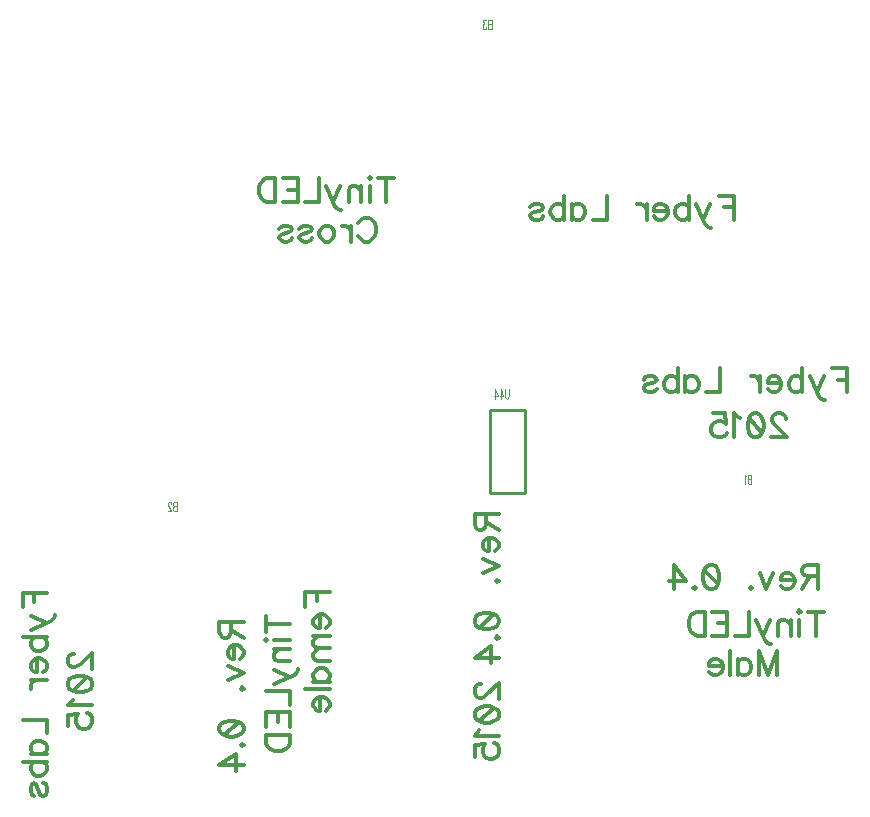
<source format=gbo>
G04 DipTrace 2.4.0.2*
%INfemalemalecross.gbo*%
%MOMM*%
%ADD10C,0.25*%
%ADD78C,0.118*%
%ADD79C,0.314*%
%FSLAX53Y53*%
G04*
G71*
G90*
G75*
G01*
%LNBotSilk*%
%LPD*%
X54567Y56689D2*
D10*
X57567D1*
Y63689D1*
X54567D1*
Y56689D1*
X76737Y58254D2*
D78*
Y57489D1*
X76540D1*
X76474Y57526D1*
X76453Y57562D1*
X76431Y57634D1*
Y57744D1*
X76453Y57817D1*
X76474Y57853D1*
X76540Y57890D1*
X76474Y57927D1*
X76453Y57963D1*
X76431Y58035D1*
Y58109D1*
X76453Y58181D1*
X76474Y58218D1*
X76540Y58254D1*
X76737D1*
Y57890D2*
X76540D1*
X76290Y58108D2*
X76246Y58145D1*
X76180Y58253D1*
Y57489D1*
X28073Y55936D2*
Y55170D1*
X27876D1*
X27810Y55207D1*
X27789Y55244D1*
X27767Y55316D1*
Y55425D1*
X27789Y55499D1*
X27810Y55535D1*
X27876Y55571D1*
X27810Y55608D1*
X27789Y55644D1*
X27767Y55717D1*
Y55790D1*
X27789Y55863D1*
X27810Y55900D1*
X27876Y55936D1*
X28073D1*
Y55571D2*
X27876D1*
X27604Y55753D2*
Y55789D1*
X27582Y55863D1*
X27560Y55899D1*
X27516Y55935D1*
X27429D1*
X27385Y55899D1*
X27363Y55863D1*
X27341Y55789D1*
Y55717D1*
X27363Y55644D1*
X27407Y55535D1*
X27626Y55170D1*
X27319D1*
X54733Y96732D2*
Y95966D1*
X54536D1*
X54470Y96003D1*
X54449Y96040D1*
X54427Y96112D1*
Y96222D1*
X54449Y96295D1*
X54470Y96331D1*
X54536Y96367D1*
X54470Y96404D1*
X54449Y96441D1*
X54427Y96513D1*
Y96586D1*
X54449Y96659D1*
X54470Y96696D1*
X54536Y96732D1*
X54733D1*
Y96367D2*
X54536D1*
X54242Y96731D2*
X54002D1*
X54133Y96440D1*
X54067D1*
X54024Y96403D1*
X54002Y96367D1*
X53980Y96258D1*
Y96185D1*
X54002Y96076D1*
X54045Y96003D1*
X54111Y95966D1*
X54177D1*
X54242Y96003D1*
X54264Y96040D1*
X54286Y96112D1*
X56189Y65455D2*
Y64908D1*
X56167Y64799D1*
X56124Y64726D1*
X56058Y64689D1*
X56014D1*
X55949Y64726D1*
X55905Y64799D1*
X55883Y64908D1*
Y65455D1*
X55523Y64689D2*
Y65454D1*
X55742Y64944D1*
X55414D1*
X55054Y64689D2*
Y65454D1*
X55273Y64944D1*
X54945D1*
X83577Y67268D2*
D79*
X84842D1*
Y65226D1*
Y66296D2*
X84065D1*
X82851Y66588D2*
X82269Y65226D1*
X82462Y64838D1*
X82658Y64642D1*
X82851Y64546D1*
X82950D1*
X81685Y66588D2*
X82269Y65226D1*
X81058Y67268D2*
Y65226D1*
Y66296D2*
X80862Y66491D1*
X80669Y66588D1*
X80377D1*
X80184Y66491D1*
X79989Y66296D1*
X79892Y66004D1*
Y65810D1*
X79989Y65518D1*
X80184Y65325D1*
X80377Y65226D1*
X80669D1*
X80862Y65325D1*
X81058Y65518D1*
X79265Y66004D2*
X78099D1*
Y66199D1*
X78195Y66394D1*
X78292Y66491D1*
X78487Y66588D1*
X78779D1*
X78973Y66491D1*
X79168Y66296D1*
X79265Y66004D1*
Y65810D1*
X79168Y65518D1*
X78973Y65325D1*
X78779Y65226D1*
X78487D1*
X78292Y65325D1*
X78099Y65518D1*
X77471Y66588D2*
Y65226D1*
Y66004D2*
X77372Y66296D1*
X77179Y66491D1*
X76984Y66588D1*
X76692D1*
X74089Y67268D2*
Y65226D1*
X72924D1*
X71130Y66588D2*
Y65226D1*
Y66296D2*
X71324Y66491D1*
X71519Y66588D1*
X71809D1*
X72004Y66491D1*
X72197Y66296D1*
X72296Y66004D1*
Y65810D1*
X72197Y65518D1*
X72004Y65325D1*
X71809Y65226D1*
X71519D1*
X71324Y65325D1*
X71130Y65518D1*
X70503Y67268D2*
Y65226D1*
Y66296D2*
X70307Y66491D1*
X70114Y66588D1*
X69822D1*
X69629Y66491D1*
X69434Y66296D1*
X69337Y66004D1*
Y65810D1*
X69434Y65518D1*
X69629Y65325D1*
X69822Y65226D1*
X70114D1*
X70307Y65325D1*
X70503Y65518D1*
X67641Y66296D2*
X67737Y66491D1*
X68029Y66588D1*
X68321D1*
X68613Y66491D1*
X68710Y66296D1*
X68613Y66102D1*
X68418Y66004D1*
X67933Y65907D1*
X67737Y65810D1*
X67641Y65615D1*
Y65518D1*
X67737Y65325D1*
X68029Y65226D1*
X68321D1*
X68613Y65325D1*
X68710Y65518D1*
X82211Y46654D2*
Y44612D1*
X82891Y46654D2*
X81530D1*
X80903D2*
X80806Y46557D1*
X80707Y46654D1*
X80806Y46753D1*
X80903Y46654D1*
X80806Y45973D2*
Y44612D1*
X80080Y45973D2*
Y44612D1*
Y45585D2*
X79788Y45877D1*
X79593Y45973D1*
X79303D1*
X79107Y45877D1*
X79011Y45585D1*
Y44612D1*
X78284Y45973D2*
X77703Y44612D1*
X77896Y44223D1*
X78091Y44028D1*
X78284Y43931D1*
X78383D1*
X77119Y45973D2*
X77703Y44612D1*
X76491Y46654D2*
Y44612D1*
X75326D1*
X73436Y46654D2*
X74698D1*
Y44612D1*
X73436D1*
X74698Y45681D2*
X73921D1*
X72808Y46654D2*
Y44612D1*
X72128D1*
X71836Y44711D1*
X71640Y44904D1*
X71544Y45099D1*
X71447Y45389D1*
Y45877D1*
X71544Y46169D1*
X71640Y46362D1*
X71836Y46557D1*
X72128Y46654D1*
X72808D1*
X82378Y49625D2*
X81504D1*
X81212Y49724D1*
X81113Y49821D1*
X81017Y50014D1*
Y50209D1*
X81113Y50402D1*
X81212Y50501D1*
X81504Y50598D1*
X82378D1*
Y48556D1*
X81697Y49625D2*
X81017Y48556D1*
X80389Y49333D2*
X79223D1*
Y49529D1*
X79320Y49724D1*
X79416Y49821D1*
X79612Y49917D1*
X79904D1*
X80097Y49821D1*
X80292Y49625D1*
X80389Y49333D1*
Y49140D1*
X80292Y48848D1*
X80097Y48655D1*
X79904Y48556D1*
X79612D1*
X79416Y48655D1*
X79223Y48848D1*
X78596Y49917D2*
X78012Y48556D1*
X77430Y49917D1*
X76706Y48751D2*
X76803Y48653D1*
X76706Y48556D1*
X76607Y48653D1*
X76706Y48751D1*
X73421Y50595D2*
X73713Y50499D1*
X73908Y50207D1*
X74005Y49722D1*
Y49430D1*
X73908Y48945D1*
X73713Y48653D1*
X73421Y48556D1*
X73227D1*
X72935Y48653D1*
X72742Y48945D1*
X72643Y49430D1*
Y49722D1*
X72742Y50207D1*
X72935Y50499D1*
X73227Y50595D1*
X73421D1*
X72742Y50207D2*
X73908Y48945D1*
X71919Y48751D2*
X72016Y48653D1*
X71919Y48556D1*
X71821Y48653D1*
X71919Y48751D1*
X70221Y48556D2*
Y50595D1*
X71193Y49237D1*
X69735D1*
X79660Y62943D2*
Y63040D1*
X79564Y63235D1*
X79467Y63332D1*
X79272Y63428D1*
X78883D1*
X78690Y63332D1*
X78593Y63235D1*
X78494Y63040D1*
Y62847D1*
X78593Y62651D1*
X78786Y62361D1*
X79759Y61389D1*
X78398D1*
X77186Y63428D2*
X77478Y63332D1*
X77674Y63040D1*
X77770Y62555D1*
Y62263D1*
X77674Y61777D1*
X77478Y61485D1*
X77186Y61389D1*
X76993D1*
X76701Y61485D1*
X76508Y61777D1*
X76409Y62263D1*
Y62555D1*
X76508Y63040D1*
X76701Y63332D1*
X76993Y63428D1*
X77186D1*
X76508Y63040D2*
X77674Y61777D1*
X75782Y63040D2*
X75586Y63139D1*
X75294Y63428D1*
Y61389D1*
X73501Y63428D2*
X74471D1*
X74568Y62555D1*
X74471Y62651D1*
X74179Y62750D1*
X73890D1*
X73598Y62651D1*
X73402Y62458D1*
X73306Y62166D1*
Y61973D1*
X73402Y61681D1*
X73598Y61485D1*
X73890Y61389D1*
X74179D1*
X74471Y61485D1*
X74568Y61584D1*
X74667Y61777D1*
X77366Y41279D2*
Y43320D1*
X78143Y41279D1*
X78921Y43320D1*
Y41279D1*
X75573Y42640D2*
Y41279D1*
Y42348D2*
X75766Y42543D1*
X75962Y42640D1*
X76251D1*
X76447Y42543D1*
X76640Y42348D1*
X76739Y42056D1*
Y41863D1*
X76640Y41571D1*
X76447Y41378D1*
X76251Y41279D1*
X75962D1*
X75766Y41378D1*
X75573Y41571D1*
X74946Y43320D2*
Y41279D1*
X74318Y42056D2*
X73152D1*
Y42251D1*
X73249Y42447D1*
X73346Y42543D1*
X73541Y42640D1*
X73833D1*
X74026Y42543D1*
X74222Y42348D1*
X74318Y42056D1*
Y41863D1*
X74222Y41571D1*
X74026Y41378D1*
X73833Y41279D1*
X73541D1*
X73346Y41378D1*
X73152Y41571D1*
X15027Y46999D2*
Y48263D1*
X17068D1*
X15999D2*
Y47486D1*
X15707Y46272D2*
X17068Y45691D1*
X17457Y45884D1*
X17652Y46079D1*
X17749Y46272D1*
Y46371D1*
X15707Y45107D2*
X17068Y45691D1*
X15027Y44479D2*
X17068D1*
X15999D2*
X15804Y44284D1*
X15707Y44091D1*
Y43799D1*
X15804Y43605D1*
X15999Y43410D1*
X16291Y43313D1*
X16484D1*
X16776Y43410D1*
X16970Y43605D1*
X17068Y43799D1*
Y44091D1*
X16970Y44284D1*
X16776Y44479D1*
X16291Y42686D2*
Y41520D1*
X16096D1*
X15900Y41617D1*
X15804Y41713D1*
X15707Y41909D1*
Y42201D1*
X15804Y42394D1*
X15999Y42589D1*
X16291Y42686D1*
X16484D1*
X16776Y42589D1*
X16970Y42394D1*
X17068Y42201D1*
Y41909D1*
X16970Y41713D1*
X16776Y41520D1*
X15707Y40893D2*
X17068D1*
X16291D2*
X15999Y40794D1*
X15804Y40601D1*
X15707Y40405D1*
Y40113D1*
X15027Y37511D2*
X17068D1*
Y36345D1*
X15707Y34552D2*
X17068D1*
X15999D2*
X15804Y34745D1*
X15707Y34940D1*
Y35230D1*
X15804Y35425D1*
X15999Y35619D1*
X16291Y35717D1*
X16484D1*
X16776Y35619D1*
X16970Y35425D1*
X17068Y35230D1*
Y34940D1*
X16970Y34745D1*
X16776Y34552D1*
X15027Y33924D2*
X17068D1*
X15999D2*
X15804Y33729D1*
X15707Y33536D1*
Y33244D1*
X15804Y33051D1*
X15999Y32855D1*
X16291Y32759D1*
X16484D1*
X16776Y32855D1*
X16970Y33051D1*
X17068Y33244D1*
Y33536D1*
X16970Y33729D1*
X16776Y33924D1*
X15999Y31062D2*
X15804Y31158D1*
X15707Y31450D1*
Y31742D1*
X15804Y32034D1*
X15999Y32131D1*
X16192Y32034D1*
X16291Y31839D1*
X16388Y31354D1*
X16484Y31158D1*
X16680Y31062D1*
X16776D1*
X16970Y31158D1*
X17068Y31450D1*
Y31742D1*
X16970Y32034D1*
X16776Y32131D1*
X35641Y45632D2*
X37683D1*
X35641Y46313D2*
Y44952D1*
Y44324D2*
X35738Y44228D1*
X35641Y44129D1*
X35542Y44228D1*
X35641Y44324D1*
X36322Y44228D2*
X37683D1*
X36322Y43501D2*
X37683D1*
X36710D2*
X36418Y43209D1*
X36322Y43014D1*
Y42724D1*
X36418Y42529D1*
X36710Y42432D1*
X37683D1*
X36322Y41706D2*
X37683Y41124D1*
X38071Y41317D1*
X38267Y41513D1*
X38363Y41706D1*
Y41805D1*
X36322Y40540D2*
X37683Y41124D1*
X35641Y39913D2*
X37683D1*
Y38747D1*
X35641Y36857D2*
Y38119D1*
X37683D1*
Y36857D1*
X36614Y38119D2*
Y37342D1*
X35641Y36230D2*
X37683D1*
Y35549D1*
X37584Y35257D1*
X37391Y35062D1*
X37195Y34965D1*
X36906Y34868D1*
X36418D1*
X36126Y34965D1*
X35933Y35062D1*
X35738Y35257D1*
X35641Y35549D1*
Y36230D1*
X32670Y45799D2*
Y44925D1*
X32571Y44633D1*
X32474Y44534D1*
X32281Y44438D1*
X32086D1*
X31892Y44534D1*
X31794Y44633D1*
X31697Y44925D1*
Y45799D1*
X33739D1*
X32670Y45118D2*
X33739Y44438D1*
X32962Y43810D2*
Y42645D1*
X32766D1*
X32571Y42741D1*
X32474Y42838D1*
X32378Y43033D1*
Y43325D1*
X32474Y43518D1*
X32670Y43714D1*
X32962Y43810D1*
X33155D1*
X33447Y43714D1*
X33640Y43518D1*
X33739Y43325D1*
Y43033D1*
X33640Y42838D1*
X33447Y42645D1*
X32378Y42017D2*
X33739Y41433D1*
X32378Y40851D1*
X33543Y40127D2*
X33642Y40224D1*
X33739Y40127D1*
X33642Y40029D1*
X33543Y40127D1*
X31699Y36842D2*
X31796Y37134D1*
X32088Y37329D1*
X32573Y37426D1*
X32865D1*
X33350Y37329D1*
X33642Y37134D1*
X33739Y36842D1*
Y36649D1*
X33642Y36357D1*
X33350Y36164D1*
X32865Y36065D1*
X32573D1*
X32088Y36164D1*
X31796Y36357D1*
X31699Y36649D1*
Y36842D1*
X32088Y36164D2*
X33350Y37329D1*
X33543Y35341D2*
X33642Y35437D1*
X33739Y35341D1*
X33642Y35242D1*
X33543Y35341D1*
X33739Y33642D2*
X31699D1*
X33058Y34615D1*
Y33157D1*
X19352Y43081D2*
X19255D1*
X19060Y42985D1*
X18963Y42888D1*
X18866Y42693D1*
Y42304D1*
X18963Y42111D1*
X19060Y42015D1*
X19255Y41916D1*
X19448D1*
X19644Y42015D1*
X19933Y42208D1*
X20906Y43180D1*
Y41819D1*
X18866Y40608D2*
X18963Y40900D1*
X19255Y41095D1*
X19740Y41192D1*
X20032D1*
X20517Y41095D1*
X20809Y40900D1*
X20906Y40608D1*
Y40415D1*
X20809Y40123D1*
X20517Y39929D1*
X20032Y39831D1*
X19740D1*
X19255Y39929D1*
X18963Y40123D1*
X18866Y40415D1*
Y40608D1*
X19255Y39929D2*
X20517Y41095D1*
X19255Y39203D2*
X19156Y39008D1*
X18866Y38716D1*
X20906D1*
X18866Y36922D2*
Y37893D1*
X19740Y37989D1*
X19644Y37893D1*
X19545Y37601D1*
Y37311D1*
X19644Y37019D1*
X19837Y36824D1*
X20129Y36727D1*
X20322D1*
X20614Y36824D1*
X20809Y37019D1*
X20906Y37311D1*
Y37601D1*
X20809Y37893D1*
X20711Y37989D1*
X20517Y38088D1*
X38974Y47035D2*
Y48299D1*
X41016D1*
X39947D2*
Y47522D1*
X40239Y46407D2*
Y45241D1*
X40043D1*
X39848Y45338D1*
X39751Y45435D1*
X39655Y45630D1*
Y45922D1*
X39751Y46115D1*
X39947Y46311D1*
X40239Y46407D1*
X40432D1*
X40724Y46311D1*
X40917Y46115D1*
X41016Y45922D1*
Y45630D1*
X40917Y45435D1*
X40724Y45241D1*
X39655Y44614D2*
X41016D1*
X40043D2*
X39751Y44322D1*
X39655Y44127D1*
Y43837D1*
X39751Y43641D1*
X40043Y43545D1*
X41016D1*
X40043D2*
X39751Y43253D1*
X39655Y43057D1*
Y42768D1*
X39751Y42572D1*
X40043Y42473D1*
X41016D1*
X39655Y40680D2*
X41016D1*
X39947D2*
X39751Y40873D1*
X39655Y41069D1*
Y41358D1*
X39751Y41554D1*
X39947Y41747D1*
X40239Y41846D1*
X40432D1*
X40724Y41747D1*
X40917Y41554D1*
X41016Y41358D1*
Y41069D1*
X40917Y40873D1*
X40724Y40680D1*
X38974Y40053D2*
X41016D1*
X40239Y39425D2*
Y38260D1*
X40043D1*
X39848Y38356D1*
X39751Y38453D1*
X39655Y38648D1*
Y38940D1*
X39751Y39133D1*
X39947Y39329D1*
X40239Y39425D1*
X40432D1*
X40724Y39329D1*
X40917Y39133D1*
X41016Y38940D1*
Y38648D1*
X40917Y38453D1*
X40724Y38260D1*
X73962Y81857D2*
X75227D1*
Y79815D1*
Y80884D2*
X74450D1*
X73236Y81176D2*
X72654Y79815D1*
X72847Y79426D1*
X73043Y79231D1*
X73236Y79134D1*
X73335D1*
X72070Y81176D2*
X72654Y79815D1*
X71443Y81857D2*
Y79815D1*
Y80884D2*
X71247Y81080D1*
X71054Y81176D1*
X70762D1*
X70569Y81080D1*
X70373Y80884D1*
X70277Y80592D1*
Y80399D1*
X70373Y80107D1*
X70569Y79914D1*
X70762Y79815D1*
X71054D1*
X71247Y79914D1*
X71443Y80107D1*
X69649Y80592D2*
X68484D1*
Y80788D1*
X68580Y80983D1*
X68677Y81080D1*
X68872Y81176D1*
X69164D1*
X69357Y81080D1*
X69553Y80884D1*
X69649Y80592D1*
Y80399D1*
X69553Y80107D1*
X69357Y79914D1*
X69164Y79815D1*
X68872D1*
X68677Y79914D1*
X68484Y80107D1*
X67856Y81176D2*
Y79815D1*
Y80592D2*
X67757Y80884D1*
X67564Y81080D1*
X67369Y81176D1*
X67077D1*
X64474Y81857D2*
Y79815D1*
X63308D1*
X61515Y81176D2*
Y79815D1*
Y80884D2*
X61708Y81080D1*
X61904Y81176D1*
X62194D1*
X62389Y81080D1*
X62582Y80884D1*
X62681Y80592D1*
Y80399D1*
X62582Y80107D1*
X62389Y79914D1*
X62194Y79815D1*
X61904D1*
X61708Y79914D1*
X61515Y80107D1*
X60888Y81857D2*
Y79815D1*
Y80884D2*
X60692Y81080D1*
X60499Y81176D1*
X60207D1*
X60014Y81080D1*
X59819Y80884D1*
X59722Y80592D1*
Y80399D1*
X59819Y80107D1*
X60014Y79914D1*
X60207Y79815D1*
X60499D1*
X60692Y79914D1*
X60888Y80107D1*
X58025Y80884D2*
X58122Y81080D1*
X58414Y81176D1*
X58706D1*
X58998Y81080D1*
X59095Y80884D1*
X58998Y80691D1*
X58803Y80592D1*
X58317Y80496D1*
X58122Y80399D1*
X58025Y80204D1*
Y80107D1*
X58122Y79914D1*
X58414Y79815D1*
X58706D1*
X58998Y79914D1*
X59095Y80107D1*
X45830Y83347D2*
Y81305D1*
X46510Y83347D2*
X45149D1*
X44522D2*
X44425Y83251D1*
X44326Y83347D1*
X44425Y83446D1*
X44522Y83347D1*
X44425Y82667D2*
Y81305D1*
X43699Y82667D2*
Y81305D1*
Y82278D2*
X43407Y82570D1*
X43211Y82667D1*
X42922D1*
X42726Y82570D1*
X42630Y82278D1*
Y81305D1*
X41903Y82667D2*
X41322Y81305D1*
X41515Y80917D1*
X41710Y80721D1*
X41903Y80625D1*
X42002D1*
X40738Y82667D2*
X41322Y81305D1*
X40110Y83347D2*
Y81305D1*
X38944D1*
X37055Y83347D2*
X38317D1*
Y81305D1*
X37055D1*
X38317Y82375D2*
X37540D1*
X36427Y83347D2*
Y81305D1*
X35747D1*
X35455Y81404D1*
X35259Y81597D1*
X35163Y81793D1*
X35066Y82083D1*
Y82570D1*
X35163Y82862D1*
X35259Y83055D1*
X35455Y83251D1*
X35747Y83347D1*
X36427D1*
X54263Y54903D2*
Y54030D1*
X54165Y53738D1*
X54068Y53639D1*
X53875Y53542D1*
X53679D1*
X53486Y53639D1*
X53387Y53738D1*
X53291Y54030D1*
Y54903D1*
X55333D1*
X54263Y54223D2*
X55333Y53542D1*
X54555Y52915D2*
Y51749D1*
X54360D1*
X54165Y51846D1*
X54068Y51942D1*
X53971Y52138D1*
Y52430D1*
X54068Y52623D1*
X54263Y52818D1*
X54555Y52915D1*
X54749D1*
X55041Y52818D1*
X55234Y52623D1*
X55333Y52430D1*
Y52138D1*
X55234Y51942D1*
X55041Y51749D1*
X53971Y51122D2*
X55333Y50538D1*
X53971Y49956D1*
X55137Y49232D2*
X55236Y49328D1*
X55333Y49232D1*
X55236Y49133D1*
X55137Y49232D1*
X53293Y45946D2*
X53390Y46238D1*
X53682Y46434D1*
X54167Y46530D1*
X54459D1*
X54944Y46434D1*
X55236Y46238D1*
X55333Y45946D1*
Y45753D1*
X55236Y45461D1*
X54944Y45268D1*
X54459Y45169D1*
X54167D1*
X53682Y45268D1*
X53390Y45461D1*
X53293Y45753D1*
Y45946D1*
X53682Y45268D2*
X54944Y46434D1*
X55137Y44445D2*
X55236Y44542D1*
X55333Y44445D1*
X55236Y44346D1*
X55137Y44445D1*
X55333Y42746D2*
X53293D1*
X54652Y43719D1*
Y42261D1*
X53800Y40504D2*
X53703D1*
X53508Y40408D1*
X53411Y40311D1*
X53315Y40116D1*
Y39727D1*
X53411Y39534D1*
X53508Y39437D1*
X53703Y39339D1*
X53896D1*
X54092Y39437D1*
X54381Y39631D1*
X55354Y40603D1*
Y39242D1*
X53315Y38031D2*
X53411Y38323D1*
X53703Y38518D1*
X54188Y38615D1*
X54480D1*
X54965Y38518D1*
X55257Y38323D1*
X55354Y38031D1*
Y37837D1*
X55257Y37545D1*
X54965Y37352D1*
X54480Y37253D1*
X54188D1*
X53703Y37352D1*
X53411Y37545D1*
X53315Y37837D1*
Y38031D1*
X53703Y37352D2*
X54965Y38518D1*
X53703Y36626D2*
X53604Y36430D1*
X53315Y36138D1*
X55354D1*
X53315Y34345D2*
Y35316D1*
X54188Y35412D1*
X54092Y35316D1*
X53993Y35024D1*
Y34734D1*
X54092Y34442D1*
X54285Y34246D1*
X54577Y34150D1*
X54770D1*
X55062Y34246D1*
X55257Y34442D1*
X55354Y34734D1*
Y35024D1*
X55257Y35316D1*
X55159Y35412D1*
X54965Y35511D1*
X43463Y79529D2*
X43560Y79722D1*
X43755Y79917D1*
X43949Y80014D1*
X44337D1*
X44533Y79917D1*
X44726Y79722D1*
X44825Y79529D1*
X44921Y79237D1*
Y78749D1*
X44825Y78459D1*
X44726Y78264D1*
X44533Y78071D1*
X44337Y77972D1*
X43949D1*
X43755Y78071D1*
X43560Y78264D1*
X43463Y78459D1*
X42836Y79333D2*
Y77972D1*
Y78749D2*
X42737Y79041D1*
X42544Y79237D1*
X42349Y79333D1*
X42057D1*
X40944D2*
X41137Y79237D1*
X41333Y79041D1*
X41429Y78749D1*
Y78556D1*
X41333Y78264D1*
X41137Y78071D1*
X40944Y77972D1*
X40652D1*
X40457Y78071D1*
X40263Y78264D1*
X40165Y78556D1*
Y78749D1*
X40263Y79041D1*
X40457Y79237D1*
X40652Y79333D1*
X40944D1*
X38468Y79041D2*
X38565Y79237D1*
X38857Y79333D1*
X39149D1*
X39441Y79237D1*
X39537Y79041D1*
X39441Y78848D1*
X39245Y78749D1*
X38760Y78653D1*
X38565Y78556D1*
X38468Y78361D1*
Y78264D1*
X38565Y78071D1*
X38857Y77972D1*
X39149D1*
X39441Y78071D1*
X39537Y78264D1*
X36771Y79041D2*
X36868Y79237D1*
X37160Y79333D1*
X37452D1*
X37744Y79237D1*
X37840Y79041D1*
X37744Y78848D1*
X37548Y78749D1*
X37063Y78653D1*
X36868Y78556D1*
X36771Y78361D1*
Y78264D1*
X36868Y78071D1*
X37160Y77972D1*
X37452D1*
X37744Y78071D1*
X37840Y78264D1*
M02*

</source>
